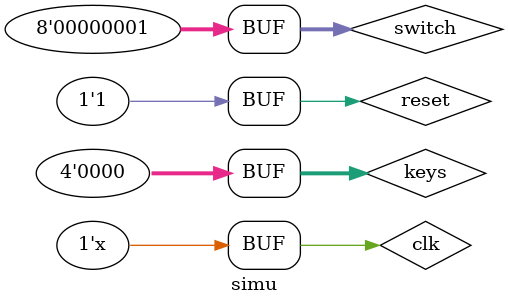
<source format=v>
`timescale 1ns / 1ps
module simu();

    reg          clk;
    reg          reset;
    reg  [7: 0] switch;
    reg  [ 3: 0] keys;
    wire [15: 0] led;
    wire [ 7: 0] ca;
    wire [ 3: 0] an;

    Top test
    (
        .clk    ( clk       ),
        .reset  ( reset     ),
        .switch ( switch    ),
        .keys   ( keys      ),
        .led    ( led       ),
        .ca     ( ca        ),
        .an     ( an        )
    );

    initial begin
        clk    = 0;
        reset  = 0;
        switch = 0;
        keys   = 0;

        #20
        // 20时钟后重置
        reset  = 1;
        switch = 8'd00000000;
		
		#200
		switch = 8'd00000001;
    end

    always #5 clk = ~clk;

endmodule

</source>
